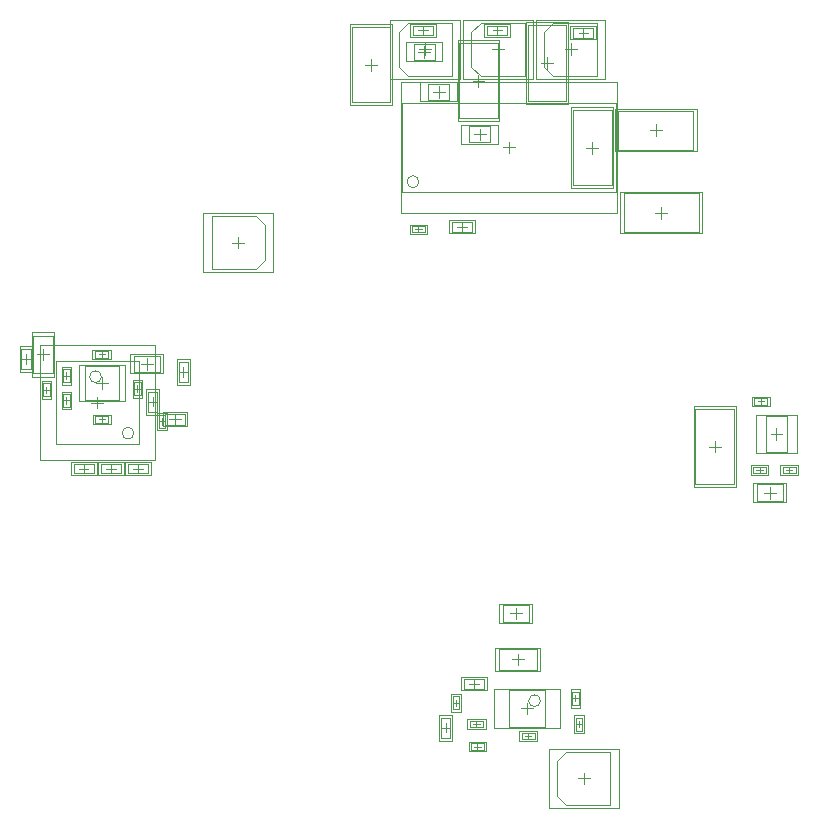
<source format=gm1>
G04 Layer_Color=16711935*
%FSLAX43Y43*%
%MOMM*%
G71*
G01*
G75*
%ADD28C,0.100*%
%ADD29C,0.050*%
D28*
X77562Y120250D02*
G03*
X77562Y120250I-500J0D01*
G01*
X104438Y136754D02*
G03*
X104438Y136754I-500J0D01*
G01*
X80313Y115454D02*
G03*
X80313Y115454I-500J0D01*
G01*
X114738Y92804D02*
G03*
X114738Y92804I-500J0D01*
G01*
X76162Y118250D02*
X79062D01*
X76162Y121150D02*
X79062D01*
Y118250D02*
Y121150D01*
X76162Y118250D02*
Y121150D01*
X74325Y119777D02*
X74875D01*
X74325Y120877D02*
X74875D01*
Y119777D02*
Y120877D01*
X74325Y119777D02*
Y120877D01*
X72625Y118577D02*
X73175D01*
X72625Y119677D02*
X73175D01*
Y118577D02*
Y119677D01*
X72625Y118577D02*
Y119677D01*
X74325Y118777D02*
X74875D01*
X74325Y117677D02*
X74875D01*
X74325D02*
Y118777D01*
X74875Y117677D02*
Y118777D01*
X80325Y118677D02*
X80875D01*
Y119777D01*
X80325Y118677D02*
Y119777D01*
X80875D01*
X78150Y116352D02*
Y116902D01*
X77050D02*
X78150D01*
X77050Y116352D02*
X78150D01*
X77050D02*
Y116902D01*
X84650Y116152D02*
Y117102D01*
X82950D02*
X84650D01*
X82950Y116152D02*
X84650D01*
X82950D02*
Y117102D01*
X71750Y120527D02*
X73450D01*
X71750Y123727D02*
X73450D01*
X71750Y120527D02*
Y123727D01*
X73450Y120527D02*
Y123727D01*
X78150Y121852D02*
Y122402D01*
X77050Y121852D02*
Y122402D01*
Y121852D02*
X78150D01*
X77050Y122402D02*
X78150D01*
X81495Y118977D02*
X82305D01*
X81495Y117277D02*
X82305D01*
Y118977D01*
X81495Y117277D02*
Y118977D01*
X82500Y120627D02*
Y122027D01*
X80300Y120627D02*
X82500D01*
X80300D02*
Y122027D01*
X82500D01*
X84095Y119777D02*
X84905D01*
X84095Y121477D02*
X84905D01*
X84095Y119777D02*
Y121477D01*
X84905Y119777D02*
Y121477D01*
X133050Y109727D02*
X135250D01*
X133050Y111127D02*
X135250D01*
Y109727D02*
Y111127D01*
X133050Y109727D02*
Y111127D01*
X115813Y150204D02*
X119538D01*
Y145704D02*
Y150204D01*
X115813Y145704D02*
X119538D01*
X115038Y149429D02*
X115813Y150204D01*
X115038Y146479D02*
Y149429D01*
Y146479D02*
X115813Y145704D01*
X108888Y146479D02*
Y149429D01*
Y146479D02*
X109663Y145704D01*
X113388D01*
Y150204D01*
X109663D02*
X113388D01*
X108888Y149429D02*
X109663Y150204D01*
X103513D02*
X107238D01*
Y145704D02*
Y150204D01*
X103513Y145704D02*
X107238D01*
X102738Y149429D02*
X103513Y150204D01*
X102738Y146479D02*
Y149429D01*
Y146479D02*
X103513Y145704D01*
X90625Y129350D02*
X91400Y130125D01*
Y133075D01*
X86900Y129350D02*
X90625D01*
Y133850D02*
X91400Y133075D01*
X86900Y133850D02*
X90625D01*
X86900Y129350D02*
Y133850D01*
X108950Y132522D02*
Y133332D01*
X107250Y132522D02*
Y133332D01*
Y132522D02*
X108950D01*
X107250Y133332D02*
X108950D01*
X116150Y87702D02*
X116925Y88477D01*
X116150Y84752D02*
Y87702D01*
X116925Y88477D02*
X120650D01*
Y83977D02*
Y88477D01*
X116150Y84752D02*
X116925Y83977D01*
X120650D01*
X136338Y112079D02*
Y112629D01*
X135238D02*
X136338D01*
X135238Y112079D02*
X136338D01*
X135238D02*
Y112629D01*
X133938Y117879D02*
Y118429D01*
X132838D02*
X133938D01*
X132838Y117879D02*
X133938D01*
X132838D02*
Y118429D01*
X133838Y112079D02*
Y112629D01*
X132738D02*
X133838D01*
X132738Y112079D02*
X133838D01*
X132738D02*
Y112629D01*
X127850Y111147D02*
X131150D01*
Y117507D01*
X127850Y111147D02*
Y117507D01*
X131150D01*
X121770Y132477D02*
Y135777D01*
X128130Y132477D02*
Y135777D01*
X121770D02*
X128130D01*
X121770Y132477D02*
X128130D01*
X103850Y132452D02*
Y133002D01*
X104950Y132452D02*
Y133002D01*
X103850D02*
X104950D01*
X103850Y132452D02*
X104950D01*
X133838Y113904D02*
X135588D01*
Y116904D01*
X133838D02*
X135588D01*
X133838Y113904D02*
Y116904D01*
X121138Y135854D02*
Y143454D01*
X103038D02*
X121138D01*
X103038Y135854D02*
X121138D01*
X103038D02*
Y143454D01*
X127680Y139477D02*
Y142777D01*
X121320D02*
X127680D01*
X121320Y139477D02*
Y142777D01*
Y139477D02*
X127680D01*
X119213Y148949D02*
Y149759D01*
X117513Y148949D02*
X119213D01*
X117513Y149759D02*
X119213D01*
X117513Y148949D02*
Y149759D01*
X111938Y149149D02*
Y149959D01*
X110238Y149149D02*
X111938D01*
X110238Y149959D02*
X111938D01*
X110238Y149149D02*
Y149959D01*
X105638Y149149D02*
Y149959D01*
X103938Y149149D02*
X105638D01*
X103938Y149959D02*
X105638D01*
X103938Y149149D02*
Y149959D01*
X106295Y89677D02*
Y91377D01*
Y89677D02*
X107105D01*
X106295Y91377D02*
X107105D01*
Y89677D02*
Y91377D01*
X109860Y90552D02*
Y91102D01*
X108760Y90552D02*
Y91102D01*
X109860D01*
X108760Y90552D02*
X109860D01*
X70795Y120877D02*
Y122577D01*
Y120877D02*
X71605D01*
X70795Y122577D02*
X71605D01*
Y120877D02*
Y122577D01*
X81513Y112049D02*
Y112859D01*
X79813Y112049D02*
X81513D01*
X79813Y112859D02*
X81513D01*
X79813Y112049D02*
Y112859D01*
X117975Y92477D02*
Y93577D01*
X117425D02*
X117975D01*
X117425Y92477D02*
X117975D01*
X117425D02*
Y93577D01*
X76913Y112049D02*
Y112859D01*
X75213Y112049D02*
X76913D01*
X75213Y112859D02*
X76913D01*
X75213Y112049D02*
Y112859D01*
X79238Y112049D02*
Y112859D01*
X77538Y112049D02*
X79238D01*
X77538Y112859D02*
X79238D01*
X77538Y112049D02*
Y112859D01*
X108275Y93822D02*
Y94632D01*
X109975Y93822D02*
Y94632D01*
X108275D02*
X109975D01*
X108275Y93822D02*
X109975D01*
X113750Y99500D02*
Y100900D01*
X111550D02*
X113750D01*
X111550Y99500D02*
Y100900D01*
Y99500D02*
X113750D01*
X114400Y95450D02*
Y97150D01*
X111200D02*
X114400D01*
X111200Y95450D02*
Y97150D01*
Y95450D02*
X114400D01*
X103988Y148429D02*
X105788D01*
X103988Y147079D02*
X105788D01*
Y148429D01*
X103988Y147079D02*
Y148429D01*
X105213Y145029D02*
X107013D01*
Y143679D02*
Y145029D01*
X105213Y143679D02*
Y145029D01*
Y143679D02*
X107013D01*
X108688Y141429D02*
X110488D01*
Y140079D02*
Y141429D01*
X108688Y140079D02*
Y141429D01*
Y140079D02*
X110488D01*
X98738Y143474D02*
X102038D01*
X98738Y149834D02*
X102038D01*
Y143474D02*
Y149834D01*
X98738Y143474D02*
Y149834D01*
X107838Y148484D02*
X111138D01*
Y142124D02*
Y148484D01*
X107838Y142124D02*
Y148484D01*
Y142124D02*
X111138D01*
X113638Y149984D02*
X116938D01*
Y143624D02*
Y149984D01*
X113638Y143624D02*
Y149984D01*
Y143624D02*
X116938D01*
X117450Y136447D02*
X120750D01*
Y142807D01*
X117450Y136447D02*
Y142807D01*
X120750D01*
X82413Y117004D02*
X82963D01*
X82413Y115904D02*
X82963D01*
Y117004D01*
X82413Y115904D02*
Y117004D01*
X114250Y89552D02*
Y90102D01*
X113150Y89552D02*
X114250D01*
X113150Y90102D02*
X114250D01*
X113150Y89552D02*
Y90102D01*
X109950Y88652D02*
Y89202D01*
X108850Y88652D02*
X109950D01*
X108850Y89202D02*
X109950D01*
X108850Y88652D02*
Y89202D01*
X118275Y90277D02*
Y91377D01*
X117725D02*
X118275D01*
X117725Y90277D02*
X118275D01*
X117725D02*
Y91377D01*
X107875Y92077D02*
Y93177D01*
X107325D02*
X107875D01*
X107325Y92077D02*
X107875D01*
X107325D02*
Y93177D01*
X80713Y114554D02*
Y121554D01*
X73713D02*
X80713D01*
X73713Y114554D02*
X80713D01*
X73713D02*
Y121554D01*
X115138Y90604D02*
Y93704D01*
X112038D02*
X115138D01*
X112038Y90604D02*
X115138D01*
X112038D02*
Y93704D01*
X77612Y119200D02*
Y120200D01*
X77112Y119700D02*
X78112D01*
X74325Y120327D02*
X74875D01*
X74600Y120052D02*
Y120602D01*
X72625Y119127D02*
X73175D01*
X72900Y118852D02*
Y119402D01*
X74325Y118227D02*
X74875D01*
X74600Y117952D02*
Y118502D01*
X80325Y119227D02*
X80875D01*
X80600Y118952D02*
Y119502D01*
X77600Y116352D02*
Y116902D01*
X77325Y116627D02*
X77875D01*
X83800Y116152D02*
Y117102D01*
X83325Y116627D02*
X84275D01*
X72600Y121627D02*
Y122627D01*
X72100Y122127D02*
X73100D01*
X77600Y121852D02*
Y122402D01*
X77325Y122127D02*
X77875D01*
X81900Y117722D02*
Y118532D01*
X81495Y118127D02*
X82305D01*
X80900Y121327D02*
X81900D01*
X81400Y120827D02*
Y121827D01*
X84500Y120222D02*
Y121032D01*
X84095Y120627D02*
X84905D01*
X134150Y109927D02*
Y110927D01*
X133650Y110427D02*
X134650D01*
X117288Y147454D02*
Y148454D01*
X116788Y147954D02*
X117788D01*
X111138Y147454D02*
Y148454D01*
X110638Y147954D02*
X111638D01*
X104988Y147454D02*
Y148454D01*
X104488Y147954D02*
X105488D01*
X89150Y131100D02*
Y132100D01*
X88650Y131600D02*
X89650D01*
X107695Y132927D02*
X108505D01*
X108100Y132522D02*
Y133332D01*
X118400Y85727D02*
Y86727D01*
X117900Y86227D02*
X118900D01*
X135513Y112354D02*
X136063D01*
X135788Y112079D02*
Y112629D01*
X133113Y118154D02*
X133663D01*
X133388Y117879D02*
Y118429D01*
X133013Y112354D02*
X133563D01*
X133288Y112079D02*
Y112629D01*
X129000Y114327D02*
X130000D01*
X129500Y113827D02*
Y114827D01*
X124450Y134127D02*
X125450D01*
X124950Y133627D02*
Y134627D01*
X104400Y132452D02*
Y133002D01*
X104125Y132727D02*
X104675D01*
X134713Y114904D02*
Y115904D01*
X134213Y115404D02*
X135213D01*
X111588Y139654D02*
X112588D01*
X112088Y139154D02*
Y140154D01*
X124500Y140627D02*
Y141627D01*
X124000Y141127D02*
X125000D01*
X118363Y148949D02*
Y149759D01*
X117958Y149354D02*
X118768D01*
X111088Y149149D02*
Y149959D01*
X110683Y149554D02*
X111493D01*
X104788Y149149D02*
Y149959D01*
X104383Y149554D02*
X105193D01*
X106700Y90122D02*
Y90932D01*
X106295Y90527D02*
X107105D01*
X109310Y90552D02*
Y91102D01*
X109035Y90827D02*
X109585D01*
X71200Y121322D02*
Y122132D01*
X70795Y121727D02*
X71605D01*
X80663Y112049D02*
Y112859D01*
X80258Y112454D02*
X81068D01*
X117700Y92752D02*
Y93302D01*
X117425Y93027D02*
X117975D01*
X76063Y112049D02*
Y112859D01*
X75658Y112454D02*
X76468D01*
X78388Y112049D02*
Y112859D01*
X77983Y112454D02*
X78793D01*
X109125Y93822D02*
Y94632D01*
X108720Y94227D02*
X109530D01*
X112150Y100200D02*
X113150D01*
X112650Y99700D02*
Y100700D01*
X112300Y96300D02*
X113300D01*
X112800Y95800D02*
Y96800D01*
X104388Y147754D02*
X105388D01*
X104888Y147254D02*
Y148254D01*
X106113Y143854D02*
Y144854D01*
X105613Y144354D02*
X106613D01*
X109588Y140254D02*
Y141254D01*
X109088Y140754D02*
X110088D01*
X100388Y146154D02*
Y147154D01*
X99888Y146654D02*
X100888D01*
X109488Y144804D02*
Y145804D01*
X108988Y145304D02*
X109988D01*
X115288Y146304D02*
Y147304D01*
X114788Y146804D02*
X115788D01*
X118600Y139627D02*
X119600D01*
X119100Y139127D02*
Y140127D01*
X82413Y116454D02*
X82963D01*
X82688Y116179D02*
Y116729D01*
X113700Y89552D02*
Y90102D01*
X113425Y89827D02*
X113975D01*
X109400Y88652D02*
Y89202D01*
X109125Y88927D02*
X109675D01*
X118000Y90552D02*
Y91102D01*
X117725Y90827D02*
X118275D01*
X107600Y92352D02*
Y92902D01*
X107325Y92627D02*
X107875D01*
X77213Y117554D02*
Y118554D01*
X76713Y118054D02*
X77713D01*
X113088Y92154D02*
X114088D01*
X113588Y91654D02*
Y92654D01*
D29*
X75657Y118150D02*
X79567D01*
X75657Y121250D02*
X79567D01*
Y118150D02*
Y121250D01*
X75657Y118150D02*
Y121250D01*
X75000Y119577D02*
Y121077D01*
X74200Y119577D02*
X75000D01*
X74200Y121077D02*
X75000D01*
X74200Y119577D02*
Y121077D01*
X73300Y118377D02*
Y119877D01*
X72500Y118377D02*
X73300D01*
X72500Y119877D02*
X73300D01*
X72500Y118377D02*
Y119877D01*
X74200Y117477D02*
Y118977D01*
X75000D01*
X74200Y117477D02*
X75000D01*
Y118977D01*
X80200Y118477D02*
X81000D01*
X80200D02*
Y119977D01*
X81000Y118477D02*
Y119977D01*
X80200D02*
X81000D01*
X78350Y116227D02*
Y117027D01*
X76850Y116227D02*
X78350D01*
X76850Y117027D02*
X78350D01*
X76850Y116227D02*
Y117027D01*
X84850Y116027D02*
Y117227D01*
X82750Y116027D02*
X84850D01*
X82750Y117227D02*
X84850D01*
X82750Y116027D02*
Y117227D01*
X71650Y120227D02*
X73550D01*
X71650Y124027D02*
X73550D01*
X71650Y120227D02*
Y124027D01*
X73550Y120227D02*
Y124027D01*
X78400Y121727D02*
Y122527D01*
X76800Y121727D02*
X78400D01*
X76800Y122527D02*
X78400D01*
X76800Y121727D02*
Y122527D01*
X81350Y119227D02*
X82450D01*
X81350Y117027D02*
X82450D01*
Y119227D01*
X81350Y117027D02*
Y119227D01*
X82800Y120527D02*
Y122127D01*
X80000Y120527D02*
X82800D01*
X80000Y122127D02*
X82800D01*
X80000Y120527D02*
Y122127D01*
X83950Y119527D02*
X85050D01*
X83950Y121727D02*
X85050D01*
X83950Y119527D02*
Y121727D01*
X85050Y119527D02*
Y121727D01*
X132750Y109627D02*
X135550D01*
X132750Y111227D02*
X135550D01*
Y109627D02*
Y111227D01*
X132750Y109627D02*
Y111227D01*
X120238Y145454D02*
Y150454D01*
X114338D02*
X120238D01*
X114338Y145454D02*
X120238D01*
X114338D02*
Y150454D01*
X108188Y145454D02*
X114088D01*
X108188Y150454D02*
X114088D01*
Y145454D02*
Y150454D01*
X108188Y145454D02*
Y150454D01*
X107938Y145454D02*
Y150454D01*
X102038D02*
X107938D01*
X102038Y145454D02*
X107938D01*
X102038D02*
Y150454D01*
X86200Y129100D02*
X92100D01*
Y134100D01*
X86200Y129100D02*
Y134100D01*
X92100D01*
X109200Y132377D02*
Y133477D01*
X107000Y132377D02*
Y133477D01*
Y132377D02*
X109200D01*
X107000Y133477D02*
X109200D01*
X115450Y88727D02*
X121350D01*
X115450Y83727D02*
Y88727D01*
X121350Y83727D02*
Y88727D01*
X115450Y83727D02*
X121350D01*
X136538Y111954D02*
Y112754D01*
X135038D02*
X136538D01*
X135038Y111954D02*
X136538D01*
X135038D02*
Y112754D01*
X134138Y117754D02*
Y118554D01*
X132638D02*
X134138D01*
X132638Y117754D02*
X134138D01*
X132638D02*
Y118554D01*
X134038Y111954D02*
Y112754D01*
X132538D02*
X134038D01*
X132538Y111954D02*
X134038D01*
X132538D02*
Y112754D01*
X131250Y110877D02*
Y117777D01*
X127750D02*
X131250D01*
X127750Y110877D02*
X131250D01*
X127750D02*
Y117777D01*
X121500Y132377D02*
Y135877D01*
X128400Y132377D02*
Y135877D01*
X121500D02*
X128400D01*
X121500Y132377D02*
X128400D01*
X103650Y133127D02*
X105150D01*
X103650Y132327D02*
Y133127D01*
X105150Y132327D02*
Y133127D01*
X103650Y132327D02*
X105150D01*
X136463Y113804D02*
Y117004D01*
X132963D02*
X136463D01*
X132963Y113804D02*
X136463D01*
X132963D02*
Y117004D01*
X121238Y134079D02*
Y145229D01*
X102938D02*
X121238D01*
X102938Y134079D02*
X121238D01*
X102938D02*
Y145229D01*
X127950Y139377D02*
Y142877D01*
X121050D02*
X127950D01*
X121050Y139377D02*
X127950D01*
X121050D02*
Y142877D01*
X119463Y148804D02*
Y149904D01*
X117263D02*
X119463D01*
X117263Y148804D02*
X119463D01*
X117263D02*
Y149904D01*
X112188Y149004D02*
Y150104D01*
X109988D02*
X112188D01*
X109988Y149004D02*
X112188D01*
X109988D02*
Y150104D01*
X105888Y149004D02*
Y150104D01*
X103688D02*
X105888D01*
X103688Y149004D02*
X105888D01*
X103688D02*
Y150104D01*
X106150Y89427D02*
Y91627D01*
Y89427D02*
X107250D01*
X106150Y91627D02*
X107250D01*
Y89427D02*
Y91627D01*
X110110Y90427D02*
Y91227D01*
X108510D02*
X110110D01*
X108510Y90427D02*
X110110D01*
X108510D02*
Y91227D01*
X70650Y120627D02*
Y122827D01*
Y120627D02*
X71750D01*
X70650Y122827D02*
X71750D01*
Y120627D02*
Y122827D01*
X81763Y111904D02*
Y113004D01*
X79563D02*
X81763D01*
X79563Y111904D02*
X81763D01*
X79563D02*
Y113004D01*
X118100Y92227D02*
Y93827D01*
X117300D02*
X118100D01*
X117300Y92227D02*
X118100D01*
X117300D02*
Y93827D01*
X77163Y111904D02*
Y113004D01*
X74963D02*
X77163D01*
X74963Y111904D02*
X77163D01*
X74963D02*
Y113004D01*
X79488Y111904D02*
Y113004D01*
X77288D02*
X79488D01*
X77288Y111904D02*
X79488D01*
X77288D02*
Y113004D01*
X108025Y94777D02*
X110225D01*
X108025Y93677D02*
Y94777D01*
X110225Y93677D02*
Y94777D01*
X108025Y93677D02*
X110225D01*
X114050Y99400D02*
Y101000D01*
X111250D02*
X114050D01*
X111250Y99400D02*
X114050D01*
X111250D02*
Y101000D01*
X114700Y95350D02*
Y97250D01*
X110900D02*
X114700D01*
X110900Y95350D02*
X114700D01*
X110900D02*
Y97250D01*
X106438Y146954D02*
Y148554D01*
X103338D02*
X106438D01*
X103338Y146954D02*
X106438D01*
X103338D02*
Y148554D01*
X107663Y143554D02*
Y145154D01*
X104563D02*
X107663D01*
X104563Y143554D02*
X107663D01*
X104563D02*
Y145154D01*
X111138Y139954D02*
Y141554D01*
X108038D02*
X111138D01*
X108038Y139954D02*
X111138D01*
X108038D02*
Y141554D01*
X98638Y143204D02*
X102138D01*
X98638Y150104D02*
X102138D01*
Y143204D02*
Y150104D01*
X98638Y143204D02*
Y150104D01*
X111238Y141854D02*
Y148754D01*
X107738D02*
X111238D01*
X107738Y141854D02*
X111238D01*
X107738D02*
Y148754D01*
X117038Y143354D02*
Y150254D01*
X113538D02*
X117038D01*
X113538Y143354D02*
X117038D01*
X113538D02*
Y150254D01*
X120850Y136177D02*
Y143077D01*
X117350D02*
X120850D01*
X117350Y136177D02*
X120850D01*
X117350D02*
Y143077D01*
X83088Y115704D02*
Y117204D01*
X82288D02*
X83088D01*
X82288Y115704D02*
X83088D01*
X82288D02*
Y117204D01*
X114450Y89427D02*
Y90227D01*
X112950D02*
X114450D01*
X112950Y89427D02*
X114450D01*
X112950D02*
Y90227D01*
X110150Y88527D02*
Y89327D01*
X108650D02*
X110150D01*
X108650Y88527D02*
X110150D01*
X108650D02*
Y89327D01*
X118400Y90077D02*
Y91577D01*
X117600D02*
X118400D01*
X117600Y90077D02*
X118400D01*
X117600D02*
Y91577D01*
X108000Y91877D02*
Y93377D01*
X107200D02*
X108000D01*
X107200Y91877D02*
X108000D01*
X107200D02*
Y93377D01*
X82063Y113204D02*
Y122904D01*
X72363D02*
X82063D01*
X72363Y113204D02*
X82063D01*
X72363D02*
Y122904D01*
X116388Y90504D02*
Y93804D01*
X110788D02*
X116388D01*
X110788Y90504D02*
X116388D01*
X110788D02*
Y93804D01*
M02*

</source>
